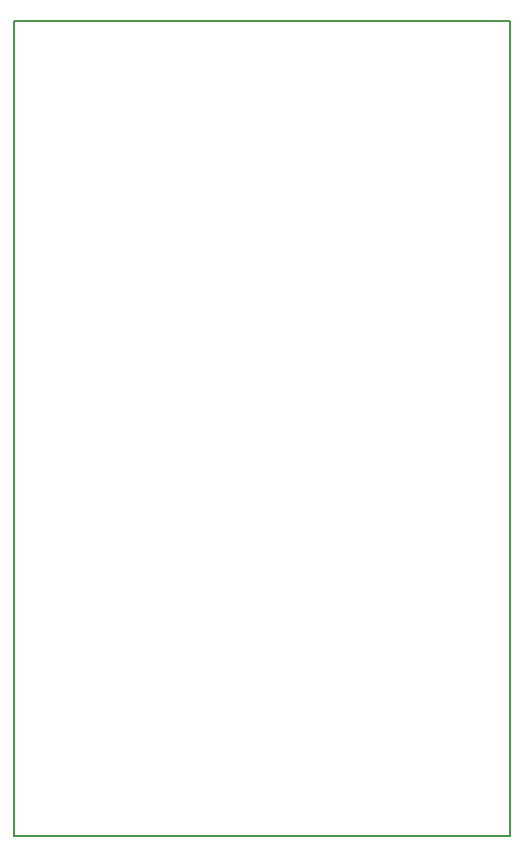
<source format=gm1>
G04 #@! TF.GenerationSoftware,KiCad,Pcbnew,7.0.7*
G04 #@! TF.CreationDate,2024-01-15T15:13:53+00:00*
G04 #@! TF.ProjectId,cardboard,63617264-626f-4617-9264-2e6b69636164,rev?*
G04 #@! TF.SameCoordinates,Original*
G04 #@! TF.FileFunction,Profile,NP*
%FSLAX46Y46*%
G04 Gerber Fmt 4.6, Leading zero omitted, Abs format (unit mm)*
G04 Created by KiCad (PCBNEW 7.0.7) date 2024-01-15 15:13:53*
%MOMM*%
%LPD*%
G01*
G04 APERTURE LIST*
G04 #@! TA.AperFunction,Profile*
%ADD10C,0.200000*%
G04 #@! TD*
G04 APERTURE END LIST*
D10*
X84015000Y-57170000D02*
X126015000Y-57170000D01*
X126015000Y-126170000D01*
X84015000Y-126170000D01*
X84015000Y-57170000D01*
M02*

</source>
